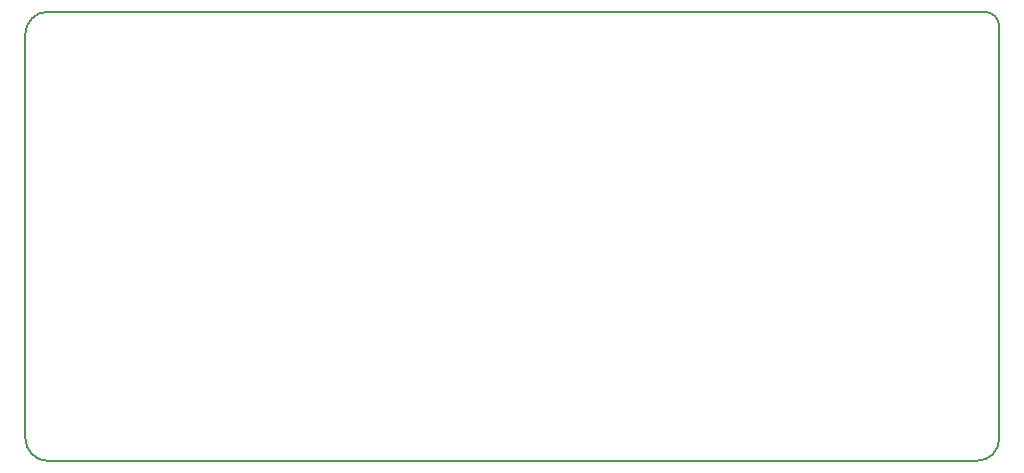
<source format=gbr>
G04 #@! TF.GenerationSoftware,KiCad,Pcbnew,(5.1.9-0-10_14)*
G04 #@! TF.CreationDate,2021-07-26T10:25:34-04:00*
G04 #@! TF.ProjectId,4key-pcb,346b6579-2d70-4636-922e-6b696361645f,rev?*
G04 #@! TF.SameCoordinates,Original*
G04 #@! TF.FileFunction,Profile,NP*
%FSLAX46Y46*%
G04 Gerber Fmt 4.6, Leading zero omitted, Abs format (unit mm)*
G04 Created by KiCad (PCBNEW (5.1.9-0-10_14)) date 2021-07-26 10:25:34*
%MOMM*%
%LPD*%
G01*
G04 APERTURE LIST*
G04 #@! TA.AperFunction,Profile*
%ADD10C,0.150000*%
G04 #@! TD*
G04 APERTURE END LIST*
D10*
X53975000Y-125349000D02*
X132715000Y-125349000D01*
X52070000Y-123444000D02*
X52070000Y-89154000D01*
X52070000Y-89154000D02*
G75*
G02*
X53975000Y-87249000I1905000J0D01*
G01*
X53975000Y-125349000D02*
G75*
G02*
X52070000Y-123444000I0J1905000D01*
G01*
X134620000Y-88519000D02*
X134620000Y-123444000D01*
X134620000Y-123444000D02*
G75*
G02*
X132715000Y-125349000I-1905000J0D01*
G01*
X133350000Y-87249000D02*
X132715000Y-87249000D01*
X133350000Y-87249000D02*
G75*
G02*
X134620000Y-88519000I0J-1270000D01*
G01*
X132715000Y-87249000D02*
X53975000Y-87249000D01*
M02*

</source>
